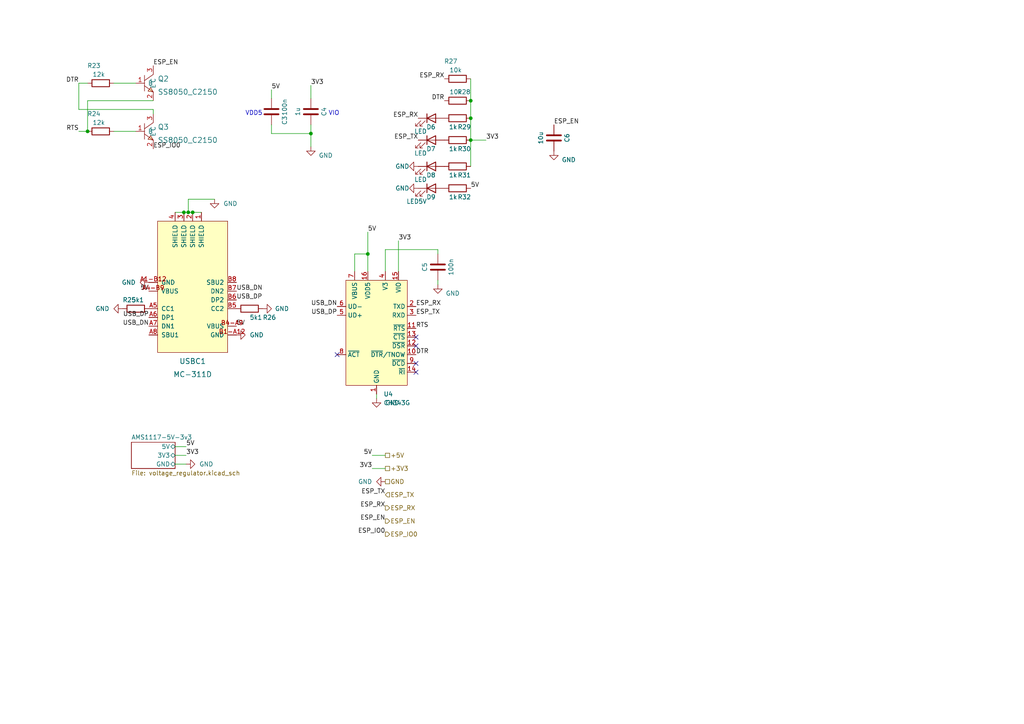
<source format=kicad_sch>
(kicad_sch (version 20211123) (generator eeschema)
  (paper "A4")
  (lib_symbols
    (symbol "Device:C" (pin_numbers hide) (pin_names (offset 0.254))
      (property "Reference" "C" (at 0.635 2.54 0))
      (property "Value" "C" (at 0.635 -2.54 0))
      (symbol "C_0_1"
        (polyline (pts (xy -2.032 -0.762) (xy 2.032 -0.762)) (stroke (width 0.508)))
        (polyline (pts (xy -2.032 0.762) (xy 2.032 0.762)) (stroke (width 0.508)))
      )
      (symbol "C_1_1"
        (pin passive line (at 0 3.81 270) (length 2.794) (name "~") (number "1"))
        (pin passive line (at 0 -3.81 90) (length 2.794) (name "~") (number "2"))
      )
    )
    (symbol "Device:LED" (pin_numbers hide) (pin_names (offset 1.016) hide)
      (property "Reference" "D" (at 0 2.54 0))
      (property "Value" "LED" (at 0 -2.54 0))
      (symbol "LED_0_1"
        (polyline (pts (xy -1.27 -1.27) (xy -1.27 1.27)) (stroke (width 0.254)))
        (polyline (pts (xy -1.27 0) (xy 1.27 0)))
        (polyline (pts (xy 1.27 -1.27) (xy 1.27 1.27) (xy -1.27 0) (xy 1.27 -1.27)) (stroke (width 0.254)))
        (polyline (pts (xy -3.048 -0.762) (xy -4.572 -2.286) (xy -3.81 -2.286) (xy -4.572 -2.286) (xy -4.572 -1.524)))
        (polyline (pts (xy -1.778 -0.762) (xy -3.302 -2.286) (xy -2.54 -2.286) (xy -3.302 -2.286) (xy -3.302 -1.524)))
      )
      (symbol "LED_1_1"
        (pin passive line (at -3.81 0 0) (length 2.54) (name "K") (number "1"))
        (pin passive line (at 3.81 0 180) (length 2.54) (name "A") (number "2"))
      )
    )
    (symbol "Device:R" (pin_numbers hide) (pin_names (offset 0))
      (property "Reference" "R" (at 2.032 0 90))
      (property "Value" "R" (at 0 0 90))
      (symbol "R_0_1"
        (rectangle (start -1.016 -2.54) (end 1.016 2.54) (stroke (width 0.254)))
      )
      (symbol "R_1_1"
        (pin passive line (at 0 3.81 270) (length 1.27) (name "~") (number "1"))
        (pin passive line (at 0 -3.81 90) (length 1.27) (name "~") (number "2"))
      )
    )
    (symbol "SS8050:SS8050_C2150" (pin_names (offset 1.016))
      (property "Reference" "Q?" (at 0 10.16 0))
      (property "Value" "SS8050_C2150" (at 0 -10.16 0))
      (symbol "SS8050_C2150_1_1"
        (polyline (pts (xy -2.54 -0.762) (xy 0 -2.54)))
        (polyline (pts (xy -2.54 2.286) (xy -2.54 -2.286)))
        (polyline (pts (xy 0 2.54) (xy -2.54 0.762)))
        (polyline (pts (xy 0 -2.54) (xy -0.762 -1.27) (xy -1.524 -2.286) (xy 0 -2.54)) (fill (type background)))
        (pin unspecified line (at -5.08 0 0) (length 2.54) (name "B") (number "1"))
        (pin unspecified line (at 0 -5.08 90) (length 2.54) (name "E") (number "2"))
        (pin unspecified line (at 0 5.08 270) (length 2.54) (name "C") (number "3"))
      )
    )
    (symbol "power:GND" (power) (pin_names (offset 0))
      (property "Value" "GND" (at 0 -3.81 0))
      (symbol "GND_0_1"
        (polyline (pts (xy 0 0) (xy 0 -1.27) (xy 1.27 -1.27) (xy 0 -2.54) (xy -1.27 -1.27) (xy 0 -1.27)))
      )
      (symbol "GND_1_1"
        (pin power_in line (at 0 0 270) (length 0) hide (name "GND") (number "1"))
      )
    )
    (symbol "usb_c_bobby:MC-311D" (pin_names (offset 1.016))
      (property "Reference" "USBC?" (at 0 24.13 0))
      (property "Value" "MC-311D" (at 0 -21.59 0))
      (symbol "MC-311D_1_1"
        (rectangle (start -10.16 16.51) (end 10.16 -21.59) (fill (type background)))
        (pin unspecified line (at 2.54 19.05 270) (length 2.54) (name "SHIELD") (number "1"))
        (pin unspecified line (at 0 19.05 270) (length 2.54) (name "SHIELD") (number "2"))
        (pin unspecified line (at -2.54 19.05 270) (length 2.54) (name "SHIELD") (number "3"))
        (pin unspecified line (at -5.08 19.05 270) (length 2.54) (name "SHIELD") (number "4"))
        (pin unspecified line (at -12.7 -1.27 0) (length 2.54) (name "GND") (number "A1-B12"))
        (pin unspecified line (at -12.7 -3.81 0) (length 2.54) (name "VBUS") (number "A4-B9"))
        (pin unspecified line (at -12.7 -8.89 0) (length 2.54) (name "CC1") (number "A5"))
        (pin unspecified line (at -12.7 -11.43 0) (length 2.54) (name "DP1") (number "A6"))
        (pin unspecified line (at -12.7 -13.97 0) (length 2.54) (name "DN1") (number "A7"))
        (pin unspecified line (at -12.7 -16.51 0) (length 2.54) (name "SBU1") (number "A8"))
        (pin unspecified line (at 12.7 -16.51 180) (length 2.54) (name "GND") (number "B1-A12"))
        (pin unspecified line (at 12.7 -13.97 180) (length 2.54) (name "VBUS") (number "B4-A9"))
        (pin unspecified line (at 12.7 -8.89 180) (length 2.54) (name "CC2") (number "B5"))
        (pin unspecified line (at 12.7 -6.35 180) (length 2.54) (name "DP2") (number "B6"))
        (pin unspecified line (at 12.7 -3.81 180) (length 2.54) (name "DN2") (number "B7"))
        (pin unspecified line (at 12.7 -1.27 180) (length 2.54) (name "SBU2") (number "B8"))
      )
    )
    (symbol "wch-usb-uart:CH343G"
      (property "Reference" "U" (at 6.35 -17.78 0))
      (property "Value" "CH343G" (at 6.35 -20.32 0))
      (symbol "CH343G_0_1"
        (rectangle (start -8.89 15.24) (end 8.89 -15.24) (stroke (width 0.1524)) (fill (type background)))
      )
      (symbol "CH343G_1_1"
        (pin passive line (at 0 -17.78 90) (length 2.54) (name "GND") (number "1"))
        (pin output line (at 11.43 -6.35 180) (length 2.54) (name "~{DTR}/TNOW") (number "10"))
        (pin output line (at 11.43 1.27 180) (length 2.54) (name "~{RTS}") (number "11"))
        (pin input line (at 11.43 -3.81 180) (length 2.54) (name "~{DSR}") (number "12"))
        (pin input line (at 11.43 -1.27 180) (length 2.54) (name "~{CTS}") (number "13"))
        (pin input line (at 11.43 -11.43 180) (length 2.54) (name "~{RI}") (number "14"))
        (pin power_in line (at 6.35 17.78 270) (length 2.54) (name "VIO") (number "15"))
        (pin power_in line (at -2.54 17.78 270) (length 2.54) (name "VDD5") (number "16"))
        (pin output line (at 11.43 7.62 180) (length 2.54) (name "TXD") (number "2"))
        (pin input line (at 11.43 5.08 180) (length 2.54) (name "RXD") (number "3"))
        (pin power_in line (at 2.54 17.78 270) (length 2.54) (name "V3") (number "4"))
        (pin bidirectional line (at -11.43 5.08 0) (length 2.54) (name "UD+") (number "5"))
        (pin bidirectional line (at -11.43 7.62 0) (length 2.54) (name "UD-") (number "6"))
        (pin input line (at -6.35 17.78 270) (length 2.54) (name "VBUS") (number "7"))
        (pin output line (at -11.43 -6.35 0) (length 2.54) (name "~{ACT}") (number "8"))
        (pin input line (at 11.43 -8.89 180) (length 2.54) (name "~{DCD}") (number "9"))
      )
    )
  )
  (junction (at 90.17 38.735))
  (junction (at 136.525 40.64))
  (junction (at 55.88 61.595))
  (junction (at 136.525 29.21))
  (junction (at 54.61 61.595))
  (junction (at 136.525 34.29))
  (junction (at 25.4 38.1))
  (junction (at 106.68 73.66))
  (junction (at 53.34 61.595))
  (no_connect (at 120.65 107.95))
  (no_connect (at 120.65 105.41))
  (no_connect (at 120.65 97.79))
  (no_connect (at 120.65 100.33))
  (no_connect (at 97.79 102.87))
  (wire (pts (xy 111.76 72.39) (xy 127 72.39)))
  (wire (pts (xy 106.68 67.31) (xy 106.68 73.66)))
  (wire (pts (xy 22.86 24.13) (xy 22.86 31.75)))
  (wire (pts (xy 102.87 73.66) (xy 102.87 78.74)))
  (wire (pts (xy 115.57 69.85) (xy 115.57 78.74)))
  (wire (pts (xy 78.74 26.035) (xy 78.74 28.575)))
  (wire (pts (xy 50.8 129.54) (xy 53.975 129.54)))
  (wire (pts (xy 33.02 38.1) (xy 39.37 38.1)))
  (wire (pts (xy 22.86 31.75) (xy 44.45 31.75)))
  (wire (pts (xy 44.45 29.21) (xy 25.4 29.21)))
  (wire (pts (xy 90.17 38.735) (xy 90.17 42.545)))
  (wire (pts (xy 53.34 61.595) (xy 50.8 61.595)))
  (wire (pts (xy 127 72.39) (xy 127 73.66)))
  (wire (pts (xy 44.45 31.75) (xy 44.45 33.02)))
  (wire (pts (xy 25.4 29.21) (xy 25.4 38.1)))
  (wire (pts (xy 50.8 132.08) (xy 53.975 132.08)))
  (wire (pts (xy 109.22 114.3) (xy 109.22 115.57)))
  (wire (pts (xy 54.61 57.785) (xy 54.61 61.595)))
  (wire (pts (xy 107.95 132.08) (xy 111.76 132.08)))
  (wire (pts (xy 127 81.28) (xy 127 82.55)))
  (wire (pts (xy 33.02 24.13) (xy 39.37 24.13)))
  (wire (pts (xy 54.61 61.595) (xy 53.34 61.595)))
  (wire (pts (xy 55.88 61.595) (xy 58.42 61.595)))
  (wire (pts (xy 22.86 38.1) (xy 25.4 38.1)))
  (wire (pts (xy 78.74 38.735) (xy 90.17 38.735)))
  (wire (pts (xy 106.68 73.66) (xy 106.68 78.74)))
  (wire (pts (xy 50.8 134.62) (xy 53.975 134.62)))
  (wire (pts (xy 22.86 24.13) (xy 25.4 24.13)))
  (wire (pts (xy 90.17 24.765) (xy 90.17 28.575)))
  (wire (pts (xy 136.525 22.86) (xy 136.525 29.21)))
  (wire (pts (xy 111.76 72.39) (xy 111.76 78.74)))
  (wire (pts (xy 106.68 73.66) (xy 102.87 73.66)))
  (wire (pts (xy 54.61 57.785) (xy 62.23 57.785)))
  (wire (pts (xy 136.525 40.64) (xy 136.525 48.26)))
  (wire (pts (xy 136.525 40.64) (xy 140.97 40.64)))
  (wire (pts (xy 136.525 29.21) (xy 136.525 34.29)))
  (wire (pts (xy 90.17 36.195) (xy 90.17 38.735)))
  (wire (pts (xy 136.525 34.29) (xy 136.525 40.64)))
  (wire (pts (xy 107.95 135.89) (xy 111.76 135.89)))
  (wire (pts (xy 78.74 36.195) (xy 78.74 38.735)))
  (wire (pts (xy 54.61 61.595) (xy 55.88 61.595)))
  (text "VDD5" (at 71.12 33.655 0) (effects (font (size 1.27 1.27)) (justify left bottom)))
  (text "VIO" (at 95.25 33.655 0) (effects (font (size 1.27 1.27)) (justify left bottom)))
  (label "ESP_RX" (at 128.905 22.86 180))
  (label "ESP_TX" (at 121.285 40.64 180))
  (label "DTR" (at 120.65 102.87 0))
  (label "ESP_EN" (at 111.76 151.13 180))
  (label "ESP_TX" (at 120.65 91.44 0))
  (label "ESP_RX" (at 111.76 147.32 180))
  (label "ESP_RX" (at 121.285 34.29 180))
  (label "3V3" (at 115.57 69.85 0))
  (label "3V3" (at 53.975 132.08 0))
  (label "ESP_RX" (at 120.65 88.9 0))
  (label "ESP_EN" (at 44.45 19.05 0))
  (label "USB_DP" (at 97.79 91.44 180))
  (label "5V" (at 136.525 54.61 0))
  (label "ESP_TX" (at 111.76 143.51 180))
  (label "5V" (at 68.58 94.615 0))
  (label "RTS" (at 120.65 95.25 0))
  (label "5V" (at 43.18 84.455 180))
  (label "DTR" (at 128.905 29.21 180))
  (label "3V3" (at 90.17 24.765 0))
  (label "USB_DN" (at 68.58 84.455 0))
  (label "USB_DP" (at 43.18 92.075 180))
  (label "5V" (at 106.68 67.31 0))
  (label "RTS" (at 22.86 38.1 180))
  (label "ESP_IO0" (at 111.76 154.94 180))
  (label "ESP_IO0" (at 44.45 43.18 0))
  (label "ESP_EN" (at 160.655 36.195 0))
  (label "5V" (at 107.95 132.08 180))
  (label "5V" (at 78.74 26.035 0))
  (label "5V" (at 53.975 129.54 0))
  (label "USB_DP" (at 68.58 86.995 0))
  (label "3V3" (at 107.95 135.89 180))
  (label "3V3" (at 140.97 40.64 0))
  (label "USB_DN" (at 97.79 88.9 180))
  (label "USB_DN" (at 43.18 94.615 180))
  (label "DTR" (at 22.86 24.13 180))
  (hierarchical_label "ESP_TX" (shape input) (at 111.76 143.51 0))
  (hierarchical_label "ESP_IO0" (shape output) (at 111.76 154.94 0))
  (hierarchical_label "+3V3" (shape passive) (at 111.76 135.89 0))
  (hierarchical_label "ESP_RX" (shape output) (at 111.76 147.32 0))
  (hierarchical_label "ESP_EN" (shape output) (at 111.76 151.13 0))
  (hierarchical_label "+5V" (shape passive) (at 111.76 132.08 0))
  (hierarchical_label "GND" (shape passive) (at 111.76 139.7 0))
  (symbol (lib_id "Device:R") (at 132.715 40.64 270) (unit 1)
    (property "Reference" "R30" (at 132.715 43.18 90) (effects (justify left)))
    (property "Value" "1k" (at 130.175 43.18 90) (effects (justify left)))
    (property "Footprint" "Resistor_SMD:R_0402_1005Metric" (effects hide))
    (property "LCSC" "C11702" (effects hide))
  )
  (symbol (lib_id "Device:LED") (at 125.095 48.26 0) (unit 1)
    (property "Reference" "D8" (at 126.365 50.8 0) (effects (justify right)))
    (property "Value" "LED" (at 123.825 52.07 0) (effects (justify right)))
    (property "Footprint" "LED_SMD:LED_0603_1608Metric" (effects hide))
    (property "LCSC" "C2286" (effects hide))
  )
  (symbol (lib_id "Device:C") (at 160.655 40.005 180) (unit 1)
    (property "Reference" "C6" (at 164.465 40.005 90))
    (property "Value" "10u" (at 156.845 40.005 90))
    (property "Footprint" "Capacitor_SMD:C_0603_1608Metric" (effects hide))
    (property "LCSC Part #" "C96446" (effects hide))
  )
  (symbol (lib_id "Device:R") (at 132.715 22.86 90) (unit 1)
    (property "Reference" "R27" (at 132.715 17.78 90) (effects (justify left)))
    (property "Value" "10k" (at 133.985 20.32 90) (effects (justify left)))
    (property "Footprint" "Resistor_SMD:R_0402_1005Metric" (effects hide))
    (property "LCSC" "C25744" (effects hide))
  )
  (symbol (lib_id "Device:LED") (at 125.095 54.61 0) (unit 1)
    (property "Reference" "D9" (at 126.365 57.15 0) (effects (justify right)))
    (property "Value" "LED5V" (at 123.825 58.42 0) (effects (justify right)))
    (property "Footprint" "LED_SMD:LED_0603_1608Metric" (effects hide))
    (property "LCSC" "C72043" (effects hide))
  )
  (symbol (lib_id "power:GND") (at 111.76 139.7 270) (unit 1)
    (property "Reference" "#PWR0127" (effects hide))
    (property "Value" "GND" (at 107.95 139.7 90) (effects (justify right)))
  )
  (symbol (lib_id "Device:LED") (at 125.095 40.64 0) (unit 1)
    (property "Reference" "D7" (at 126.365 43.18 0) (effects (justify right)))
    (property "Value" "LED" (at 123.825 44.45 0) (effects (justify right)))
    (property "Footprint" "LED_SMD:LED_0603_1608Metric" (effects hide))
    (property "LCSC" "C72041" (effects hide))
  )
  (symbol (lib_id "Device:R") (at 132.715 48.26 270) (unit 1)
    (property "Reference" "R31" (at 132.715 50.8 90) (effects (justify left)))
    (property "Value" "1k" (at 130.175 50.8 90) (effects (justify left)))
    (property "Footprint" "Resistor_SMD:R_0402_1005Metric" (effects hide))
    (property "LCSC" "C11702" (effects hide))
  )
  (symbol (lib_id "power:GND") (at 121.285 48.26 270) (unit 1)
    (property "Reference" "#PWR0125" (effects hide))
    (property "Value" "GND" (at 118.745 48.26 90) (effects (justify right)))
  )
  (symbol (lib_id "Device:C") (at 90.17 32.385 180) (unit 1)
    (property "Reference" "C4" (at 93.98 32.385 90))
    (property "Value" "1u" (at 86.36 32.385 90))
    (property "Footprint" "Capacitor_SMD:C_0603_1608Metric" (effects hide))
    (property "LCSC Part #" "C15849" (effects hide))
  )
  (symbol (lib_id "Device:R") (at 132.715 29.21 90) (unit 1)
    (property "Reference" "R28" (at 136.525 26.67 90) (effects (justify left)))
    (property "Value" "10k" (at 133.985 26.67 90) (effects (justify left)))
    (property "Footprint" "Resistor_SMD:R_0402_1005Metric" (effects hide))
    (property "LCSC" "C25744" (effects hide))
  )
  (symbol (lib_id "power:GND") (at 53.975 134.62 90) (unit 1)
    (property "Reference" "#PWR0134" (effects hide))
    (property "Value" "GND" (at 57.785 134.62 90) (effects (justify right)))
  )
  (symbol (lib_id "Device:R") (at 29.21 38.1 90) (unit 1)
    (property "Reference" "R24" (at 29.21 33.02 90) (effects (justify left)))
    (property "Value" "12k" (at 30.48 35.56 90) (effects (justify left)))
    (property "Footprint" "Resistor_SMD:R_0402_1005Metric" (effects hide))
    (property "LCSC" "C25752" (effects hide))
  )
  (symbol (lib_id "Device:R") (at 29.21 24.13 90) (unit 1)
    (property "Reference" "R23" (at 29.21 19.05 90) (effects (justify left)))
    (property "Value" "12k" (at 30.48 21.59 90) (effects (justify left)))
    (property "Footprint" "Resistor_SMD:R_0402_1005Metric" (effects hide))
    (property "LCSC" "C25752" (effects hide))
  )
  (symbol (lib_id "Device:R") (at 132.715 34.29 270) (unit 1)
    (property "Reference" "R29" (at 132.715 36.83 90) (effects (justify left)))
    (property "Value" "1k" (at 130.175 36.83 90) (effects (justify left)))
    (property "Footprint" "Resistor_SMD:R_0402_1005Metric" (effects hide))
    (property "LCSC" "C11702" (effects hide))
  )
  (symbol (lib_id "power:GND") (at 90.17 42.545 0) (unit 1)
    (property "Reference" "#PWR0122" (effects hide))
    (property "Value" "GND" (at 96.52 45.085 0) (effects (justify right)))
  )
  (symbol (lib_id "power:GND") (at 127 82.55 0) (unit 1)
    (property "Reference" "#PWR0126" (effects hide))
    (property "Value" "GND" (at 133.35 85.09 0) (effects (justify right)))
  )
  (symbol (lib_id "Device:R") (at 39.37 89.535 270) (unit 1)
    (property "Reference" "R25" (at 35.56 86.995 90) (effects (justify left)))
    (property "Value" "5k1" (at 38.1 86.995 90) (effects (justify left)))
    (property "Footprint" "Resistor_SMD:R_0402_1005Metric" (effects hide))
    (property "LCSC" "C25905" (effects hide))
  )
  (symbol (lib_id "SS8050:SS8050_C2150") (at 44.45 38.1 0) (unit 1)
    (property "Reference" "Q3" (at 45.72 36.83 0) (effects (font (size 1.524 1.524)) (justify left)))
    (property "Value" "SS8050_C2150" (at 45.72 40.64 0) (effects (font (size 1.524 1.524)) (justify left)))
    (property "Footprint" "Package_TO_SOT_SMD:TSOT-23" (effects hide))
    (property "Datasheet" "https://lcsc.com/product-detail/Transistors-NPN-PNP_SS8050-Y1-200-350_C2150.html" (effects hide))
    (property "Manufacturer" "CJ" (effects hide))
    (property "LCSC Part" "C2150" (effects hide))
    (property "JLC Part" "Basic Part" (effects hide))
  )
  (symbol (lib_id "power:GND") (at 121.285 54.61 270) (unit 1)
    (property "Reference" "#PWR0124" (effects hide))
    (property "Value" "GND" (at 118.745 54.61 90) (effects (justify right)))
  )
  (symbol (lib_id "Device:LED") (at 125.095 34.29 0) (unit 1)
    (property "Reference" "D6" (at 126.365 36.83 0) (effects (justify right)))
    (property "Value" "LED" (at 123.825 38.1 0) (effects (justify right)))
    (property "Footprint" "LED_SMD:LED_0603_1608Metric" (effects hide))
    (property "LCSC" "C2290" (effects hide))
  )
  (symbol (lib_id "power:GND") (at 109.22 115.57 0) (unit 1)
    (property "Reference" "#PWR0128" (effects hide))
    (property "Value" "GND" (at 111.76 116.8399 0) (effects (justify left)))
  )
  (symbol (lib_id "Device:C") (at 127 77.47 180) (unit 1)
    (property "Reference" "C5" (at 123.19 77.47 90))
    (property "Value" "100n" (at 130.81 77.47 90))
    (property "Footprint" "Capacitor_SMD:C_0402_1005Metric" (effects hide))
    (property "LCSC Part #" "C1525" (effects hide))
  )
  (symbol (lib_id "usb_c_bobby:MC-311D") (at 55.88 80.645 0) (unit 1)
    (property "Reference" "USBC1" (at 55.88 104.775 0) (effects (font (size 1.524 1.524))))
    (property "Value" "MC-311D" (at 55.88 108.585 0) (effects (font (size 1.524 1.524))))
    (property "Footprint" "usb_c:USB-C-SMD_MC-311D" (effects hide))
    (property "Datasheet" "https://lcsc.com/product-detail/USB-Type-C_MC-311D_C136423.html" (effects hide))
    (property "Manufacturer" "SOFNG" (effects hide))
    (property "LCSC Part" "C136423" (effects hide))
    (property "JLC Part" "Extended Part" (effects hide))
  )
  (symbol (lib_id "power:GND") (at 62.23 57.785 0) (unit 1)
    (property "Reference" "#PWR0131" (effects hide))
    (property "Value" "GND" (at 64.77 59.0549 0) (effects (justify left)))
  )
  (symbol (lib_id "Device:R") (at 72.39 89.535 270) (unit 1)
    (property "Reference" "R26" (at 76.2 92.075 90) (effects (justify left)))
    (property "Value" "5k1" (at 72.39 92.075 90) (effects (justify left)))
    (property "Footprint" "Resistor_SMD:R_0402_1005Metric" (effects hide))
    (property "LCSC" "C25905" (effects hide))
  )
  (symbol (lib_id "power:GND") (at 160.655 43.815 0) (unit 1)
    (property "Reference" "#PWR0123" (effects hide))
    (property "Value" "GND" (at 167.005 46.355 0) (effects (justify right)))
  )
  (symbol (lib_id "power:GND") (at 35.56 89.535 270) (unit 1)
    (property "Reference" "#PWR0133" (effects hide))
    (property "Value" "GND" (at 31.75 89.5349 90) (effects (justify right)))
  )
  (symbol (lib_id "SS8050:SS8050_C2150") (at 44.45 24.13 0) (unit 1)
    (property "Reference" "Q2" (at 45.72 22.86 0) (effects (font (size 1.524 1.524)) (justify left)))
    (property "Value" "SS8050_C2150" (at 45.72 26.67 0) (effects (font (size 1.524 1.524)) (justify left)))
    (property "Footprint" "Package_TO_SOT_SMD:TSOT-23" (effects hide))
    (property "Datasheet" "https://lcsc.com/product-detail/Transistors-NPN-PNP_SS8050-Y1-200-350_C2150.html" (effects hide))
    (property "Manufacturer" "CJ" (effects hide))
    (property "LCSC Part" "C2150" (effects hide))
    (property "JLC Part" "Basic Part" (effects hide))
  )
  (symbol (lib_id "wch-usb-uart:CH343G") (at 109.22 96.52 0) (unit 1)
    (property "Reference" "U4" (at 111.2394 114.3 0) (effects (justify left)))
    (property "Value" "CH343G" (at 111.2394 116.84 0) (effects (justify left)))
    (property "Footprint" "Package_SO:SOIC-16_3.9x9.9mm_P1.27mm" (effects hide))
    (property "Datasheet" "http://www.wch.cn/downloads/file/307.html" (effects hide))
    (property "LCSC" "C2844153" (effects hide))
  )
  (symbol (lib_id "Device:R") (at 132.715 54.61 270) (unit 1)
    (property "Reference" "R32" (at 132.715 57.15 90) (effects (justify left)))
    (property "Value" "1k" (at 130.175 57.15 90) (effects (justify left)))
    (property "Footprint" "Resistor_SMD:R_0402_1005Metric" (effects hide))
    (property "LCSC" "C11702" (effects hide))
  )
  (symbol (lib_id "power:GND") (at 76.2 89.535 90) (unit 1)
    (property "Reference" "#PWR0130" (effects hide))
    (property "Value" "GND" (at 83.82 89.535 90) (effects (justify left)))
  )
  (symbol (lib_id "power:GND") (at 68.58 97.155 90) (unit 1)
    (property "Reference" "#PWR0129" (effects hide))
    (property "Value" "GND" (at 72.39 97.1549 90) (effects (justify right)))
  )
  (symbol (lib_id "power:GND") (at 43.18 81.915 270) (unit 1)
    (property "Reference" "#PWR0132" (effects hide))
    (property "Value" "GND" (at 39.37 81.915 90) (effects (justify right)))
  )
  (symbol (lib_id "Device:C") (at 78.74 32.385 180) (unit 1)
    (property "Reference" "C3" (at 82.55 34.925 90))
    (property "Value" "100n" (at 82.55 31.115 90))
    (property "Footprint" "Capacitor_SMD:C_0402_1005Metric" (effects hide))
    (property "LCSC Part #" "C1525" (effects hide))
  )
  (sheet (at 38.1 128.27) (size 12.7 7.62) (stroke (width 0.1524))
    (property "Sheet name" "AMS1117-5V-3v3" (at 38.1 127.5584 0) (effects (justify left bottom)))
    (property "Sheet file" "voltage_regulator.kicad_sch" (at 38.1 136.4746 0) (effects (justify left top)))
    (pin "5V" bidirectional (at 50.8 129.54 0))
    (pin "GND" bidirectional (at 50.8 134.62 0))
    (pin "3V3" bidirectional (at 50.8 132.08 0))
  )
)
</source>
